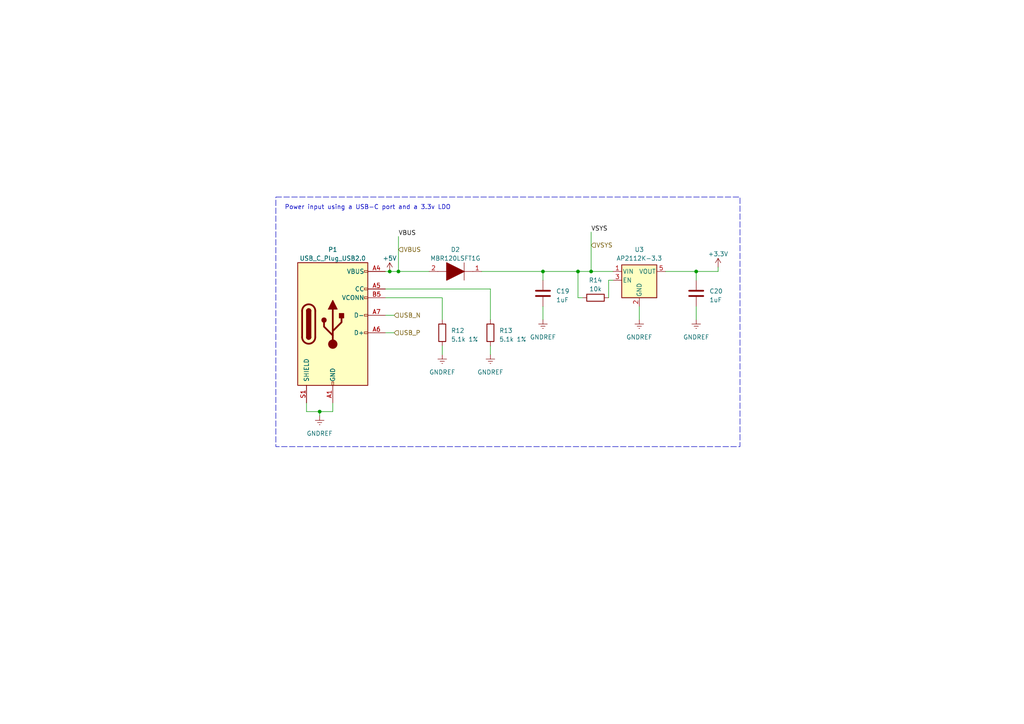
<source format=kicad_sch>
(kicad_sch (version 20230121) (generator eeschema)
  (paper "A4")
  (lib_symbols
    (symbol "Connector:USB_C_Plug_USB2.0" (pin_names (offset 1.016))
      (property "Reference" "P" (at -10.16 19.05 0))
      (property "Value" "USB_C_Plug_USB2.0" (at 12.7 19.05 0))
      (symbol "USB_C_Plug_USB2.0_0_0"
        (rectangle (start -0.254 -17.78) (end 0.254 -16.764))
        (rectangle (start 10.16 -2.286) (end 9.144 -2.794))
        (rectangle (start 10.16 2.794) (end 9.144 2.286))
        (rectangle (start 10.16 7.874) (end 9.144 7.366))
        (rectangle (start 10.16 10.414) (end 9.144 9.906))
        (rectangle (start 10.16 15.494) (end 9.144 14.986))
      )
      (symbol "USB_C_Plug_USB2.0_0_1"
        (rectangle (start -10.16 17.78) (end 10.16 -17.78) (stroke (width 0.254)) (fill (type background)))
        (arc (start -8.89 -3.81) (mid -6.985 -5.7067) (end -5.08 -3.81) (stroke (width 0.508)))
        (arc (start -7.62 -3.81) (mid -6.985 -4.4423) (end -6.35 -3.81) (stroke (width 0.254)))
        (arc (start -7.62 -3.81) (mid -6.985 -4.4423) (end -6.35 -3.81) (stroke (width 0.254)) (fill (type outline)))
        (rectangle (start -7.62 -3.81) (end -6.35 3.81) (stroke (width 0.254)) (fill (type outline)))
        (arc (start -6.35 3.81) (mid -6.985 4.4423) (end -7.62 3.81) (stroke (width 0.254)))
        (arc (start -6.35 3.81) (mid -6.985 4.4423) (end -7.62 3.81) (stroke (width 0.254)) (fill (type outline)))
        (arc (start -5.08 3.81) (mid -6.985 5.7067) (end -8.89 3.81) (stroke (width 0.508)))
        (circle (center -2.54 1.143) (radius 0.635) (stroke (width 0.254)) (fill (type outline)))
        (circle (center 0 -5.842) (radius 1.27) (fill (type outline)))
        (polyline (pts (xy -8.89 -3.81) (xy -8.89 3.81)) (stroke (width 0.508)))
        (polyline (pts (xy -5.08 3.81) (xy -5.08 -3.81)) (stroke (width 0.508)))
        (polyline (pts (xy 0 -5.842) (xy 0 4.318)) (stroke (width 0.508)))
        (polyline (pts (xy 0 -3.302) (xy -2.54 -0.762) (xy -2.54 0.508)) (stroke (width 0.508)))
        (polyline (pts (xy 0 -2.032) (xy 2.54 0.508) (xy 2.54 1.778)) (stroke (width 0.508)))
        (polyline (pts (xy -1.27 4.318) (xy 0 6.858) (xy 1.27 4.318) (xy -1.27 4.318)) (stroke (width 0.254)) (fill (type outline)))
        (rectangle (start 1.905 1.778) (end 3.175 3.048) (stroke (width 0.254)) (fill (type outline)))
      )
      (symbol "USB_C_Plug_USB2.0_1_1"
        (pin passive line (at 0 -22.86 90) (length 5.08) (name "GND") (number "A1"))
        (pin passive line (at 0 -22.86 90) (length 5.08) hide (name "GND") (number "A12"))
        (pin passive line (at 15.24 15.24 180) (length 5.08) (name "VBUS") (number "A4"))
        (pin bidirectional line (at 15.24 10.16 180) (length 5.08) (name "CC") (number "A5"))
        (pin bidirectional line (at 15.24 -2.54 180) (length 5.08) (name "D+") (number "A6"))
        (pin bidirectional line (at 15.24 2.54 180) (length 5.08) (name "D-") (number "A7"))
        (pin passive line (at 15.24 15.24 180) (length 5.08) hide (name "VBUS") (number "A9"))
        (pin passive line (at 0 -22.86 90) (length 5.08) hide (name "GND") (number "B1"))
        (pin passive line (at 0 -22.86 90) (length 5.08) hide (name "GND") (number "B12"))
        (pin passive line (at 15.24 15.24 180) (length 5.08) hide (name "VBUS") (number "B4"))
        (pin bidirectional line (at 15.24 7.62 180) (length 5.08) (name "VCONN") (number "B5"))
        (pin passive line (at 15.24 15.24 180) (length 5.08) hide (name "VBUS") (number "B9"))
        (pin passive line (at -7.62 -22.86 90) (length 5.08) (name "SHIELD") (number "S1"))
      )
    )
    (symbol "Device:C" (pin_numbers hide) (pin_names (offset 0.254))
      (property "Reference" "C" (at 0.635 2.54 0))
      (property "Value" "C" (at 0.635 -2.54 0))
      (symbol "C_0_1"
        (polyline (pts (xy -2.032 -0.762) (xy 2.032 -0.762)) (stroke (width 0.508)))
        (polyline (pts (xy -2.032 0.762) (xy 2.032 0.762)) (stroke (width 0.508)))
      )
      (symbol "C_1_1"
        (pin passive line (at 0 3.81 270) (length 2.794) (name "~") (number "1"))
        (pin passive line (at 0 -3.81 90) (length 2.794) (name "~") (number "2"))
      )
    )
    (symbol "Device:R" (pin_numbers hide) (pin_names (offset 0))
      (property "Reference" "R" (at 2.032 0 90))
      (property "Value" "R" (at 0 0 90))
      (symbol "R_0_1"
        (rectangle (start -1.016 -2.54) (end 1.016 2.54) (stroke (width 0.254)))
      )
      (symbol "R_1_1"
        (pin passive line (at 0 3.81 270) (length 1.27) (name "~") (number "1"))
        (pin passive line (at 0 -3.81 90) (length 1.27) (name "~") (number "2"))
      )
    )
    (symbol "Regulator_Linear:AP2112K-3.3" (pin_names (offset 0.254))
      (property "Reference" "U" (at -5.08 5.715 0))
      (property "Value" "AP2112K-3.3" (at 0 5.715 0))
      (symbol "AP2112K-3.3_0_1"
        (rectangle (start -5.08 4.445) (end 5.08 -5.08) (stroke (width 0.254)) (fill (type background)))
      )
      (symbol "AP2112K-3.3_1_1"
        (pin power_in line (at -7.62 2.54 0) (length 2.54) (name "VIN") (number "1"))
        (pin power_in line (at 0 -7.62 90) (length 2.54) (name "GND") (number "2"))
        (pin input line (at -7.62 0 0) (length 2.54) (name "EN") (number "3"))
        (pin no_connect line (at 5.08 0 180) (length 2.54) hide (name "NC") (number "4"))
        (pin power_out line (at 7.62 2.54 180) (length 2.54) (name "VOUT") (number "5"))
      )
    )
    (symbol "SamacSys_Parts:MBR120LSFT1G" (pin_names (offset 0.762))
      (property "Reference" "D" (at 11.43 5.08 0))
      (property "Value" "MBR120LSFT1G" (at 11.43 2.54 0))
      (symbol "MBR120LSFT1G_0_0"
        (pin passive line (at 0 0 0) (length 2.54) (name "~") (number "1"))
        (pin passive line (at 15.24 0 180) (length 2.54) (name "~") (number "2"))
      )
      (symbol "MBR120LSFT1G_0_1"
        (polyline (pts (xy 2.54 0) (xy 5.08 0)) (stroke (width 0.1524)))
        (polyline (pts (xy 5.08 2.54) (xy 5.08 -2.54)) (stroke (width 0.1524)))
        (polyline (pts (xy 10.16 0) (xy 12.7 0)) (stroke (width 0.1524)))
        (polyline (pts (xy 5.08 0) (xy 10.16 2.54) (xy 10.16 -2.54) (xy 5.08 0)) (stroke (width 0.254)) (fill (type outline)))
      )
    )
    (symbol "power:+3.3V" (power) (pin_names (offset 0))
      (property "Value" "+3.3V" (at 0 3.556 0))
      (symbol "+3.3V_0_1"
        (polyline (pts (xy -0.762 1.27) (xy 0 2.54)))
        (polyline (pts (xy 0 0) (xy 0 2.54)))
        (polyline (pts (xy 0 2.54) (xy 0.762 1.27)))
      )
      (symbol "+3.3V_1_1"
        (pin power_in line (at 0 0 90) (length 0) hide (name "+3.3V") (number "1"))
      )
    )
    (symbol "power:+5V" (power) (pin_names (offset 0))
      (property "Value" "+5V" (at 0 3.556 0))
      (symbol "+5V_0_1"
        (polyline (pts (xy -0.762 1.27) (xy 0 2.54)))
        (polyline (pts (xy 0 0) (xy 0 2.54)))
        (polyline (pts (xy 0 2.54) (xy 0.762 1.27)))
      )
      (symbol "+5V_1_1"
        (pin power_in line (at 0 0 90) (length 0) hide (name "+5V") (number "1"))
      )
    )
    (symbol "power:GNDREF" (power) (pin_names (offset 0))
      (property "Value" "GNDREF" (at 0 -3.81 0))
      (symbol "GNDREF_0_1"
        (polyline (pts (xy -0.635 -1.905) (xy 0.635 -1.905)))
        (polyline (pts (xy -0.127 -2.54) (xy 0.127 -2.54)))
        (polyline (pts (xy 0 -1.27) (xy 0 0)))
        (polyline (pts (xy 1.27 -1.27) (xy -1.27 -1.27)))
      )
      (symbol "GNDREF_1_1"
        (pin power_in line (at 0 0 270) (length 0) hide (name "GNDREF") (number "1"))
      )
    )
  )
  (junction (at 201.93 78.74))
  (junction (at 157.48 78.74))
  (junction (at 171.45 78.74))
  (junction (at 167.64 78.74))
  (junction (at 92.71 119.38))
  (junction (at 113.03 78.74))
  (junction (at 115.57 78.74))
  (wire (pts (xy 111.76 96.52) (xy 114.3 96.52)))
  (wire (pts (xy 171.45 78.74) (xy 167.64 78.74)))
  (wire (pts (xy 142.24 100.33) (xy 142.24 102.87)))
  (wire (pts (xy 193.04 78.74) (xy 201.93 78.74)))
  (wire (pts (xy 201.93 88.9) (xy 201.93 92.71)))
  (wire (pts (xy 171.45 67.31) (xy 171.45 78.74)))
  (wire (pts (xy 171.45 78.74) (xy 177.8 78.74)))
  (wire (pts (xy 139.7 78.74) (xy 157.48 78.74)))
  (wire (pts (xy 185.42 92.71) (xy 185.42 88.9)))
  (wire (pts (xy 142.24 83.82) (xy 142.24 92.71)))
  (wire (pts (xy 176.53 81.28) (xy 177.8 81.28)))
  (wire (pts (xy 157.48 78.74) (xy 157.48 81.28)))
  (wire (pts (xy 96.52 119.38) (xy 92.71 119.38)))
  (wire (pts (xy 111.76 83.82) (xy 142.24 83.82)))
  (wire (pts (xy 115.57 78.74) (xy 124.46 78.74)))
  (wire (pts (xy 167.64 86.36) (xy 168.91 86.36)))
  (wire (pts (xy 167.64 78.74) (xy 157.48 78.74)))
  (wire (pts (xy 157.48 92.71) (xy 157.48 88.9)))
  (wire (pts (xy 88.9 119.38) (xy 92.71 119.38)))
  (wire (pts (xy 167.64 78.74) (xy 167.64 86.36)))
  (wire (pts (xy 88.9 116.84) (xy 88.9 119.38)))
  (wire (pts (xy 113.03 78.74) (xy 115.57 78.74)))
  (wire (pts (xy 96.52 116.84) (xy 96.52 119.38)))
  (wire (pts (xy 176.53 86.36) (xy 176.53 81.28)))
  (wire (pts (xy 92.71 119.38) (xy 92.71 120.65)))
  (wire (pts (xy 208.28 78.74) (xy 208.28 77.47)))
  (wire (pts (xy 111.76 86.36) (xy 128.27 86.36)))
  (wire (pts (xy 208.28 78.74) (xy 201.93 78.74)))
  (wire (pts (xy 115.57 68.58) (xy 115.57 78.74)))
  (wire (pts (xy 128.27 86.36) (xy 128.27 92.71)))
  (wire (pts (xy 111.76 91.44) (xy 114.3 91.44)))
  (wire (pts (xy 201.93 78.74) (xy 201.93 81.28)))
  (wire (pts (xy 128.27 100.33) (xy 128.27 102.87)))
  (wire (pts (xy 111.76 78.74) (xy 113.03 78.74)))
  (rectangle (start 80.01 57.15) (end 214.63 129.54) (stroke (width 0) (type dash)))
  (text "Power input using a USB-C port and a 3.3v LDO" (at 82.55 60.96 0) (effects (font (size 1.27 1.27)) (justify left bottom)))
  (label "VBUS" (at 115.57 68.58 0))
  (label "VSYS" (at 171.45 67.31 0))
  (hierarchical_label "USB_P" (shape input) (at 114.3 96.52 0))
  (hierarchical_label "VBUS" (shape input) (at 115.57 72.39 0))
  (hierarchical_label "VSYS" (shape input) (at 171.45 71.12 0))
  (hierarchical_label "USB_N" (shape input) (at 114.3 91.44 0))
  (symbol (lib_id "power:GNDREF") (at 128.27 102.87 0) (unit 1)
    (property "Reference" "#PWR036" (effects hide))
    (property "Value" "GNDREF" (at 128.27 107.95 0))
  )
  (symbol (lib_id "Device:R") (at 172.72 86.36 90) (unit 1)
    (property "Reference" "R14" (at 172.72 81.28 90))
    (property "Value" "10k" (at 172.72 83.82 90))
    (property "Footprint" "Resistor_SMD:R_0603_1608Metric_Pad0.98x0.95mm_HandSolder" (effects hide))
  )
  (symbol (lib_id "SamacSys_Parts:MBR120LSFT1G") (at 139.7 78.74 180) (unit 1)
    (property "Reference" "D2" (at 132.08 72.39 0))
    (property "Value" "MBR120LSFT1G" (at 132.08 74.93 0))
    (property "Footprint" "SODFL3616X98N" (effects hide))
    (property "Datasheet" "http://www.onsemi.com/pub/Collateral/MBR120LSFT1-D.PDF" (effects hide))
    (property "Height" "0.98" (effects hide))
    (property "Manufacturer_Name" "onsemi" (effects hide))
    (property "Manufacturer_Part_Number" "MBR120LSFT1G" (effects hide))
    (property "Mouser Part Number" "863-MBR120LSFT1G" (effects hide))
    (property "Mouser Price/Stock" "https://www.mouser.co.uk/ProductDetail/onsemi/MBR120LSFT1G?qs=3JMERSakebpX1t8rvRkaxg%3D%3D" (effects hide))
    (property "Arrow Part Number" "MBR120LSFT1G" (effects hide))
    (property "Arrow Price/Stock" "https://www.arrow.com/en/products/mbr120lsft1g/on-semiconductor?region=nac" (effects hide))
  )
  (symbol (lib_id "power:GNDREF") (at 92.71 120.65 0) (unit 1)
    (property "Reference" "#PWR035" (effects hide))
    (property "Value" "GNDREF" (at 92.71 125.73 0))
  )
  (symbol (lib_id "power:GNDREF") (at 185.42 92.71 0) (unit 1)
    (property "Reference" "#PWR039" (effects hide))
    (property "Value" "GNDREF" (at 185.42 97.79 0))
  )
  (symbol (lib_id "power:GNDREF") (at 142.24 102.87 0) (unit 1)
    (property "Reference" "#PWR037" (effects hide))
    (property "Value" "GNDREF" (at 142.24 107.95 0))
  )
  (symbol (lib_id "power:GNDREF") (at 201.93 92.71 0) (unit 1)
    (property "Reference" "#PWR040" (effects hide))
    (property "Value" "GNDREF" (at 201.93 97.79 0))
  )
  (symbol (lib_id "power:+5V") (at 113.03 78.74 0) (unit 1)
    (property "Reference" "#PWR055" (effects hide))
    (property "Value" "+5V" (at 113.03 74.93 0))
    (instances (project "Lightmeter" (path "" (reference "#PWR055") (unit 1)) (path "" (reference "#PWR057") (unit 1))))
  )
  (symbol (lib_id "power:+3.3V") (at 208.28 77.47 0) (unit 1)
    (property "Reference" "#PWR041" (effects hide))
    (property "Value" "+3.3V" (at 208.28 73.66 0))
  )
  (symbol (lib_id "Connector:USB_C_Plug_USB2.0") (at 96.52 93.98 0) (unit 1)
    (property "Reference" "P1" (at 96.52 72.39 0))
    (property "Value" "USB_C_Plug_USB2.0" (at 96.52 74.93 0))
    (property "Footprint" "Connector_USB:USB_C_Receptacle_G-Switch_GT-USB-7010ASV" (effects hide))
    (property "Datasheet" "https://www.usb.org/sites/default/files/documents/usb_type-c.zip" (effects hide))
  )
  (symbol (lib_id "Device:R") (at 142.24 96.52 0) (unit 1)
    (property "Reference" "R13" (at 144.78 95.885 0) (effects (justify left)))
    (property "Value" "5.1k 1%" (at 144.78 98.425 0) (effects (justify left)))
    (property "Footprint" "Resistor_SMD:R_0603_1608Metric_Pad0.98x0.95mm_HandSolder" (effects hide))
  )
  (symbol (lib_id "Device:C") (at 201.93 85.09 0) (unit 1)
    (property "Reference" "C20" (at 205.74 84.455 0) (effects (justify left)))
    (property "Value" "1uF" (at 205.74 86.995 0) (effects (justify left)))
    (property "Footprint" "Capacitor_SMD:C_1206_3216Metric_Pad1.33x1.80mm_HandSolder" (effects hide))
  )
  (symbol (lib_id "Device:R") (at 128.27 96.52 0) (unit 1)
    (property "Reference" "R12" (at 130.81 95.885 0) (effects (justify left)))
    (property "Value" "5.1k 1%" (at 130.81 98.425 0) (effects (justify left)))
    (property "Footprint" "Resistor_SMD:R_0603_1608Metric_Pad0.98x0.95mm_HandSolder" (effects hide))
  )
  (symbol (lib_id "Regulator_Linear:AP2112K-3.3") (at 185.42 81.28 0) (unit 1)
    (property "Reference" "U3" (at 185.42 72.39 0))
    (property "Value" "AP2112K-3.3" (at 185.42 74.93 0))
    (property "Footprint" "Package_TO_SOT_SMD:SOT-23-5_HandSoldering" (effects hide))
    (property "Datasheet" "https://www.diodes.com/assets/Datasheets/AP2112.pdf" (effects hide))
  )
  (symbol (lib_id "Device:C") (at 157.48 85.09 0) (unit 1)
    (property "Reference" "C19" (at 161.29 84.455 0) (effects (justify left)))
    (property "Value" "1uF" (at 161.29 86.995 0) (effects (justify left)))
    (property "Footprint" "Capacitor_SMD:C_1206_3216Metric_Pad1.33x1.80mm_HandSolder" (effects hide))
  )
  (symbol (lib_id "power:GNDREF") (at 157.48 92.71 0) (unit 1)
    (property "Reference" "#PWR038" (effects hide))
    (property "Value" "GNDREF" (at 157.48 97.79 0))
  )
)
</source>
